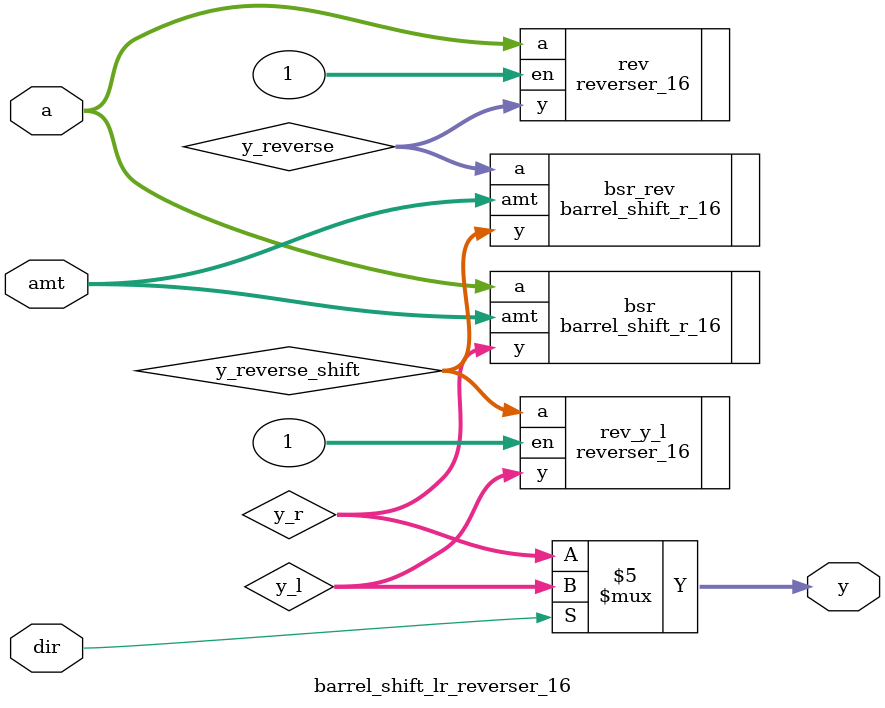
<source format=sv>
`timescale 1ns / 1ps

module barrel_shift_lr_reverser_16(
    input logic [15:0] a,
    input logic dir,
    input logic [3:0] amt,
    output logic [15:0] y
    );
    
    logic [15:0] y_r;
    logic [15:0] y_reverse;
    logic [15:0] y_reverse_shift;
    logic [15:0] y_l;
    
    barrel_shift_r_16 bsr(.a(a), .amt(amt), .y(y_r));
    
    reverser_16 rev(.a(a), .en(1), .y(y_reverse));
    barrel_shift_r_16 bsr_rev(.a(y_reverse), .amt(amt), .y(y_reverse_shift));
    reverser_16 rev_y_l(.a(y_reverse_shift), .en(1), .y(y_l));
    
    always_comb
        if (dir)
            y = y_l;
        else
            y = y_r;
endmodule

</source>
